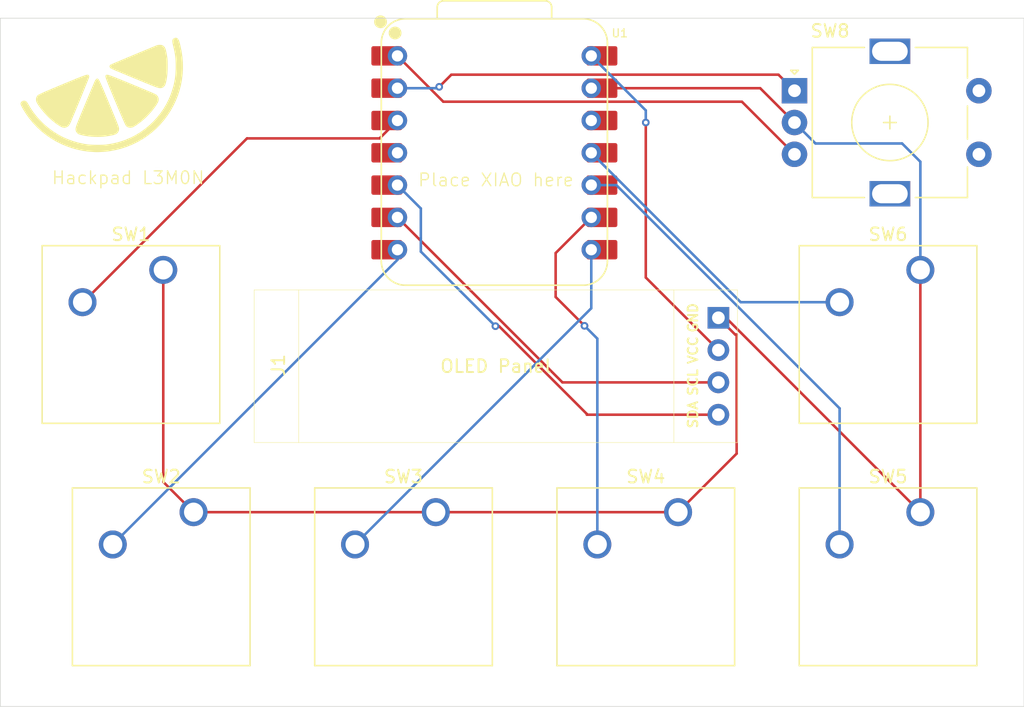
<source format=kicad_pcb>
(kicad_pcb (version 20241229) (generator "pcbnew") (generator_version "9.0")
  (layers (0 "F.Cu" signal) (2 "B.Cu" signal) (13 "F.Paste" user) (15 "B.Paste" user) (5 "F.SilkS" user "F.Silkscreen") (7 "B.SilkS" user "B.Silkscreen") (1 "F.Mask" user) (3 "B.Mask" user) (25 "Edge.Cuts" user))
  (net 0 "")
  (net 1 "+5V")
  (net 2 "GND")
  (net 3 "Net-(J1-Pin_3)")
  (net 4 "Net-(J1-Pin_4)")
  (net 5 "Net-(U1-GPIO28{slash}ADC2{slash}A2)")
  (net 6 "Net-(U1-GPIO0{slash}TX)")
  (net 7 "Net-(U1-GPIO1{slash}RX)")
  (net 8 "Net-(U1-GPIO2{slash}SCK)")
  (net 9 "Net-(U1-GPIO4{slash}MISO)")
  (net 10 "Net-(U1-GPIO3{slash}MOSI)")
  (net 11 "Net-(U1-GPIO27{slash}ADC1{slash}A1)")
  (net 14 "Net-(U1-GPIO26{slash}ADC0{slash}A0)")
  (footprint "opl2:front" (layer "F.Cu") (at 104.86 38.67)
    (property "Reference" "G***" (hide yes))
    (property "Value" "LOGO" (hide yes))
    (fp_poly (pts (xy -1.032455 -1.923312) (xy -0.99736 -1.870527) (xy -0.989323 -1.847661) (xy -0.984201 -1.827665) (xy -0.982249 -1.807176) (xy -0.984658 -1.78225) (xy -0.992619 -1.748947) (xy -1.007322 -1.703325) (xy -1.029958 -1.641442) (xy -1.061719 -1.559356) (xy -1.103793 -1.453127) (xy -1.123258 -1.404294) (xy -1.193595 -1.228725) (xy -1.274007 -1.029315) (xy -1.36279 -0.81021) (xy -1.45824 -0.575555) (xy -1.558654 -0.329498) (xy -1.662329 -0.076184) (xy -1.767561 0.180241) (xy -1.872646 0.43563) (xy -1.975881 0.685837) (xy -2.075562 0.926717) (xy -2.169986 1.154122) (xy -2.25745 1.363907) (xy -2.336249 1.551926) (xy -2.398435 1.699302) (xy -2.45328 1.824396) (xy -2.501607 1.923461) (xy -2.546546 2.000923) (xy -2.591226 2.061212) (xy -2.638777 2.108754) (xy -2.692329 2.147979) (xy -2.731944 2.17117) (xy -2.838226 2.211832) (xy -2.951792 2.224817) (xy -3.06381 2.209409) (xy -3.092334 2.200398) (xy -3.183862 2.160365) (xy -3.293668 2.100111) (xy -3.417818 2.022384) (xy -3.552379 1.929931) (xy -3.693418 1.8255) (xy -3.837002 1.711836) (xy -3.979198 1.591686) (xy -4.036174 1.541198) (xy -4.174974 1.4114) (xy -4.314697 1.271361) (xy -4.45261 1.124461) (xy -4.585981 0.974079) (xy -4.712076 0.823594) (xy -4.828164 0.676386) (xy -4.93151 0.535835) (xy -5.019384 0.40532) (xy -5.08905 0.28822) (xy -5.137778 0.187915) (xy -5.144714 0.170319) (xy -5.172207 0.05409) (xy -5.170242 -0.063728) (xy -5.140066 -0.177064) (xy -5.082924 -0.279847) (xy -5.0426 -0.327484) (xy -5.022059 -0.344707) (xy -4.989342 -0.366156) (xy -4.943218 -0.392374) (xy -4.882458 -0.423905) (xy -4.805831 -0.461292) (xy -4.712108 -0.505076) (xy -4.600057 -0.555803) (xy -4.468449 -0.614014) (xy -4.316054 -0.680253) (xy -4.141641 -0.755063) (xy -3.943981 -0.838986) (xy -3.721844 -0.932567) (xy -3.473998 -1.036347) (xy -3.199214 -1.150871) (xy -2.896263 -1.27668) (xy -2.83412 -1.302442) (xy -2.573622 -1.410174) (xy -2.34082 -1.505932) (xy -2.134057 -1.590353) (xy -1.951673 -1.664075) (xy -1.79201 -1.727735) (xy -1.653409 -1.781971) (xy -1.534212 -1.82742) (xy -1.432761 -1.86472) (xy -1.347397 -1.894509) (xy -1.276461 -1.917424) (xy -1.218295 -1.934103) (xy -1.17124 -1.945183) (xy -1.153658 -1.948443) (xy -1.084022 -1.948957)) (fill yes) (layer "F.SilkS"))
    (fp_poly (pts (xy 0.552189 -1.9236) (xy 0.60333 -1.907963) (xy 0.677172 -1.882599) (xy 0.769599 -1.848949) (xy 0.881614 -1.806609) (xy 1.014219 -1.755178) (xy 1.168417 -1.69425) (xy 1.345212 -1.623422) (xy 1.545606 -1.542292) (xy 1.770602 -1.450455) (xy 2.021202 -1.347509) (xy 2.29841 -1.233049) (xy 2.603229 -1.106672) (xy 2.846248 -1.005624) (xy 3.083034 -0.907058) (xy 3.292171 -0.819941) (xy 3.475498 -0.743419) (xy 3.634853 -0.676642) (xy 3.772073 -0.618757) (xy 3.888998 -0.568912) (xy 3.987466 -0.526255) (xy 4.069314 -0.489935) (xy 4.136383 -0.459099) (xy 4.190508 -0.432896) (xy 4.23353 -0.410474) (xy 4.267286 -0.390981) (xy 4.293615 -0.373564) (xy 4.314355 -0.357373) (xy 4.331344 -0.341555) (xy 4.346421 -0.325258) (xy 4.361424 -0.307631) (xy 4.367127 -0.300836) (xy 4.434862 -0.197803) (xy 4.471756 -0.087527) (xy 4.477575 0.028084) (xy 4.452089 0.14712) (xy 4.428555 0.205152) (xy 4.36024 0.334049) (xy 4.269685 0.478311) (xy 4.160133 0.634033) (xy 4.034828 0.797309) (xy 3.897013 0.964233) (xy 3.749934 1.130901) (xy 3.596832 1.293406) (xy 3.440951 1.447844) (xy 3.285536 1.590308) (xy 3.258867 1.613511) (xy 3.146812 1.706852) (xy 3.02466 1.802796) (xy 2.898071 1.897317) (xy 2.772704 1.986392) (xy 2.654218 2.065998) (xy 2.548272 2.132111) (xy 2.4627 2.179611) (xy 2.38548 2.206458) (xy 2.292837 2.220827) (xy 2.198898 2.221628) (xy 2.117793 2.207771) (xy 2.113857 2.20652) (xy 2.015017 2.163257) (xy 1.933897 2.105937) (xy 1.894257 2.063234) (xy 1.87374 2.029288) (xy 1.841925 1.967327) (xy 1.799511 1.878951) (xy 1.747197 1.765756) (xy 1.685683 1.629342) (xy 1.615665 1.471305) (xy 1.537844 1.293244) (xy 1.452918 1.096758) (xy 1.361585 0.883443) (xy 1.264545 0.654899) (xy 1.162495 0.412723) (xy 1.056136 0.158512) (xy 0.953734 -0.087862) (xy 0.843529 -0.354288) (xy 0.745281 -0.592829) (xy 0.65841 -0.804988) (xy 0.582338 -0.992269) (xy 0.516486 -1.156175) (xy 0.460274 -1.298208) (xy 0.413124 -1.419873) (xy 0.374457 -1.522671) (xy 0.343694 -1.608107) (xy 0.320255 -1.677683) (xy 0.303563 -1.732903) (xy 0.293038 -1.775269) (xy 0.288101 -1.806285) (xy 0.287546 -1.817574) (xy 0.2975 -1.881053) (xy 0.327994 -1.923125) (xy 0.379974 -1.944058) (xy 0.45439 -1.944126)) (fill yes) (layer "F.SilkS"))
    (fp_poly (pts (xy 4.622319 -4.294666) (xy 4.679287 -4.289337) (xy 4.727048 -4.27747) (xy 4.773085 -4.259005) (xy 4.840764 -4.222077) (xy 4.898085 -4.175249) (xy 4.946832 -4.115038) (xy 4.988789 -4.037958) (xy 5.02574 -3.940526) (xy 5.059467 -3.819257) (xy 5.091755 -3.670666) (xy 5.102222 -3.61599) (xy 5.126171 -3.484072) (xy 5.144968 -3.370249) (xy 5.159213 -3.267439) (xy 5.169505 -3.168559) (xy 5.176443 -3.066527) (xy 5.180626 -2.954261) (xy 5.182654 -2.824677) (xy 5.183125 -2.670694) (xy 5.183116 -2.659811) (xy 5.181056 -2.431892) (xy 5.175082 -2.230298) (xy 5.16479 -2.049598) (xy 5.149776 -1.884361) (xy 5.129635 -1.729155) (xy 5.103962 -1.578549) (xy 5.101731 -1.566918) (xy 5.069867 -1.413213) (xy 5.038414 -1.287698) (xy 5.005558 -1.18669) (xy 4.969484 -1.106505) (xy 4.92838 -1.043462) (xy 4.88043 -0.993876) (xy 4.82382 -0.954066) (xy 4.791159 -0.936404) (xy 4.709188 -0.903381) (xy 4.627079 -0.888635) (xy 4.537055 -0.891987) (xy 4.431341 -0.913258) (xy 4.382159 -0.926969) (xy 4.338906 -0.940727) (xy 4.281979 -0.96054) (xy 4.210314 -0.98684) (xy 4.122846 -1.020058) (xy 4.018511 -1.060625) (xy 3.896246 -1.108972) (xy 3.754987 -1.165532) (xy 3.593669 -1.230735) (xy 3.411229 -1.305013) (xy 3.206603 -1.388798) (xy 2.978726 -1.48252) (xy 2.726535 -1.586611) (xy 2.448966 -1.701503) (xy 2.144955 -1.827626) (xy 1.813437 -1.965413) (xy 1.525597 -2.085208) (xy 1.347794 -2.159277) (xy 1.197069 -2.222244) (xy 1.070999 -2.275278) (xy 0.967164 -2.319548) (xy 0.883141 -2.356223) (xy 0.816509 -2.386473) (xy 0.764847 -2.411466) (xy 0.725732 -2.432373) (xy 0.696744 -2.450363) (xy 0.675461 -2.466604) (xy 0.659461 -2.482266) (xy 0.646322 -2.498519) (xy 0.634266 -2.515599) (xy 0.611495 -2.574264) (xy 0.615129 -2.6374) (xy 0.642583 -2.696045) (xy 0.691271 -2.741238) (xy 0.700917 -2.746651) (xy 0.726225 -2.758271) (xy 0.778857 -2.781227) (xy 0.856629 -2.814607) (xy 0.957359 -2.857496) (xy 1.078863 -2.90898) (xy 1.218957 -2.968145) (xy 1.375458 -3.034077) (xy 1.546184 -3.105862) (xy 1.728949 -3.182585) (xy 1.921571 -3.263334) (xy 2.121867 -3.347193) (xy 2.327654 -3.43325) (xy 2.536747 -3.520589) (xy 2.746963 -3.608296) (xy 2.956119 -3.695458) (xy 3.162032 -3.781161) (xy 3.362519 -3.86449) (xy 3.555395 -3.944532) (xy 3.738477 -4.020372) (xy 3.909583 -4.091096) (xy 4.066529 -4.155791) (xy 4.089559 -4.165266) (xy 4.19362 -4.207907) (xy 4.273647 -4.239881) (xy 4.335122 -4.262756) (xy 4.383525 -4.278095) (xy 4.424338 -4.287463) (xy 4.463044 -4.292426) (xy 4.505124 -4.294549) (xy 4.544842 -4.295253)) (fill yes) (layer "F.SilkS"))
    (fp_poly (pts (xy -0.33042 -1.648301) (xy -0.312237 -1.643149) (xy -0.293134 -1.631656) (xy -0.272433 -1.612424) (xy -0.249458 -1.584055) (xy -0.223532 -1.545151) (xy -0.19398 -1.494315) (xy -0.160124 -1.430149) (xy -0.121287 -1.351256) (xy -0.076794 -1.256237) (xy -0.025968 -1.143694) (xy 0.031868 -1.012231) (xy 0.097391 -0.860449) (xy 0.171277 -0.686951) (xy 0.254202 -0.490339) (xy 0.346844 -0.269215) (xy 0.449878 -0.022181) (xy 0.563982 0.252161) (xy 0.638399 0.431321) (xy 0.748346 0.696204) (xy 0.846637 0.933285) (xy 0.933921 1.144242) (xy 1.010849 1.330756) (xy 1.078072 1.494509) (xy 1.136238 1.637181) (xy 1.185999 1.760453) (xy 1.228004 1.866004) (xy 1.262905 1.955517) (xy 1.29135 2.030671) (xy 1.313991 2.093147) (xy 1.331477 2.144626) (xy 1.344459 2.186788) (xy 1.353586 2.221314) (xy 1.35951 2.249885) (xy 1.36288 2.274182) (xy 1.364346 2.295884) (xy 1.364583 2.308365) (xy 1.350521 2.427262) (xy 1.309286 2.53656) (xy 1.244004 2.631263) (xy 1.157799 2.706373) (xy 1.093597 2.741632) (xy 1.01697 2.769583) (xy 0.913581 2.798365) (xy 0.788568 2.827025) (xy 0.64707 2.85461) (xy 0.494225 2.880167) (xy 0.335171 2.902744) (xy 0.175046 2.92139) (xy 0.071886 2.931028) (xy -0.085816 2.940387) (xy -0.264147 2.944527) (xy -0.452228 2.943542) (xy -0.639182 2.937525) (xy -0.814134 2.926569) (xy -0.854655 2.923075) (xy -1.02281 2.905001) (xy -1.187688 2.88226) (xy -1.34509 2.855761) (xy -1.490818 2.826413) (xy -1.620673 2.795125) (xy -1.730455 2.762805) (xy -1.815967 2.730364) (xy -1.865033 2.704308) (xy -1.906949 2.669044) (xy -1.95393 2.618397) (xy -1.989125 2.572608) (xy -2.024375 2.517533) (xy -2.044376 2.471724) (xy -2.054309 2.420028) (xy -2.058128 2.370756) (xy -2.05933 2.340422) (xy -2.059008 2.310027) (xy -2.056503 2.277786) (xy -2.051157 2.241909) (xy -2.042313 2.200608) (xy -2.029313 2.152098) (xy -2.0115 2.094589) (xy -1.988216 2.026294) (xy -1.958802 1.945426) (xy -1.922602 1.850197) (xy -1.878957 1.738818) (xy -1.827211 1.609504) (xy -1.766704 1.460465) (xy -1.696781 1.289915) (xy -1.616782 1.096065) (xy -1.52605 0.877128) (xy -1.423928 0.631317) (xy -1.373972 0.511195) (xy -1.247578 0.207571) (xy -1.130458 -0.073287) (xy -1.02289 -0.330722) (xy -0.925149 -0.56408) (xy -0.837513 -0.772703) (xy -0.760258 -0.955937) (xy -0.693661 -1.113125) (xy -0.637999 -1.243612) (xy -0.593548 -1.346742) (xy -0.560585 -1.421859) (xy -0.539387 -1.468307) (xy -0.534797 -1.477673) (xy -0.488374 -1.550929) (xy -0.434259 -1.607675) (xy -0.379041 -1.641346) (xy -0.366731 -1.645173) (xy -0.348359 -1.64851)) (fill yes) (layer "F.SilkS"))
    (fp_poly (pts (xy 5.834117 -4.855259) (xy 5.86038 -4.849007) (xy 5.914331 -4.829484) (xy 5.960885 -4.800118) (xy 6.001845 -4.757665) (xy 6.039012 -4.698878) (xy 6.074189 -4.620512) (xy 6.109177 -4.519321) (xy 6.145779 -4.392058) (xy 6.173516 -4.284964) (xy 6.272616 -3.827119) (xy 6.34084 -3.367656) (xy 6.378255 -2.908067) (xy 6.384927 -2.449841) (xy 6.360923 -1.99447) (xy 6.30631 -1.543444) (xy 6.221156 -1.098254) (xy 6.105526 -0.660391) (xy 5.99605 -0.329952) (xy 5.823092 0.102644) (xy 5.623684 0.518153) (xy 5.398895 0.915719) (xy 5.149794 1.294489) (xy 4.877449 1.653607) (xy 4.582929 1.992219) (xy 4.267304 2.30947) (xy 3.931642 2.604506) (xy 3.577012 2.87647) (xy 3.204482 3.12451) (xy 2.815122 3.347769) (xy 2.410001 3.545393) (xy 1.990186 3.716528) (xy 1.556748 3.860318) (xy 1.110755 3.97591) (xy 0.653276 4.062447) (xy 0.471257 4.08823) (xy 0.389802 4.097344) (xy 0.288422 4.106623) (xy 0.173794 4.115657) (xy 0.052598 4.124035) (xy -0.068487 4.131347) (xy -0.182782 4.137181) (xy -0.283608 4.141127) (xy -0.364287 4.142773) (xy -0.407359 4.142261) (xy -0.467053 4.139939) (xy -0.540734 4.137014) (xy -0.599057 4.134661) (xy -1.058367 4.100282) (xy -1.511705 4.035262) (xy -1.957607 3.940362) (xy -2.394611 3.816343) (xy -2.821253 3.663967) (xy -3.236071 3.483996) (xy -3.637601 3.277191) (xy -4.024379 3.044314) (xy -4.394944 2.786127) (xy -4.74783 2.503391) (xy -5.081576 2.196867) (xy -5.394718 1.867319) (xy -5.685793 1.515506) (xy -5.722126 1.467924) (xy -5.81879 1.336612) (xy -5.913862 1.200845) (xy -6.005442 1.063858) (xy -6.091629 0.928885) (xy -6.170522 0.799163) (xy -6.24022 0.677925) (xy -6.298822 0.568407) (xy -6.344428 0.473844) (xy -6.375136 0.397472) (xy -6.389046 0.342524) (xy -6.389675 0.331829) (xy -6.375053 0.26511) (xy -6.336449 0.199497) (xy -6.280618 0.144815) (xy -6.246707 0.123805) (xy -6.153852 0.092949) (xy -6.060941 0.094039) (xy -5.980048 0.121037) (xy -5.944792 0.142649) (xy -5.908802 0.175162) (xy -5.869551 0.221984) (xy -5.824516 0.28652) (xy -5.771171 0.372176) (xy -5.706991 0.482361) (xy -5.68995 0.512382) (xy -5.527225 0.77817) (xy -5.33869 1.047306) (xy -5.129112 1.313878) (xy -4.903259 1.571976) (xy -4.665901 1.815688) (xy -4.551137 1.924121) (xy -4.207523 2.218813) (xy -3.849166 2.485167) (xy -3.476175 2.723132) (xy -3.088656 2.932658) (xy -2.686717 3.113696) (xy -2.270466 3.266195) (xy -1.84001 3.390105) (xy -1.395458 3.485377) (xy -1.08629 3.533627) (xy -1.000169 3.542445) (xy -0.888768 3.549775) (xy -0.757708 3.555585) (xy -0.612612 3.559842) (xy -0.459102 3.562514) (xy -0.302801 3.563566) (xy -0.149331 3.562967) (xy -0.004314 3.560684) (xy 0.126627 3.556683) (xy 0.23787 3.550932) (xy 0.323794 3.543398) (xy 0.335471 3.541939) (xy 0.652626 3.494641) (xy 0.946219 3.439243) (xy 1.224038 3.373801) (xy 1.493872 3.296371) (xy 1.763508 3.205009) (xy 1.91698 3.147168) (xy 2.311419 2.976535) (xy 2.69256 2.777769) (xy 3.05885 2.552385) (xy 3.408734 2.301894) (xy 3.740659 2.027809) (xy 4.053069 1.731642) (xy 4.344411 1.414906) (xy 4.613131 1.079113) (xy 4.857674 0.725775) (xy 5.076485 0.356405) (xy 5.268011 -0.027486) (xy 5.333537 -0.177387) (xy 5.396463 -0.335084) (xy 5.460677 -0.510436) (xy 5.522763 -0.693191) (xy 5.579304 -0.873097) (xy 5.626883 -1.039902) (xy 5.646832 -1.11758) (xy 5.703555 -1.370214) (xy 5.747571 -1.615735) (xy 5.779778 -1.862122) (xy 5.801074 -2.117352) (xy 5.812357 -2.389404) (xy 5.814787 -2.610459) (xy 5.811813 -2.859803) (xy 5.802257 -3.087017) (xy 5.785056 -3.300712) (xy 5.759151 -3.509495) (xy 5.723478 -3.721979) (xy 5.676976 -3.946771) (xy 5.620872 -4.18331) (xy 5.586133 -4.329558) (xy 5.56229 -4.449159) (xy 5.549837 -4.545678) (xy 5.549267 -4.622676) (xy 5.561074 -4.683717) (xy 5.585752 -4.732364) (xy 5.623796 -4.772179) (xy 5.675697 -4.806726) (xy 5.709731 -4.824479) (xy 5.761604 -4.847924) (xy 5.798753 -4.857482)) (fill yes) (layer "F.SilkS"))
  )
  (footprint "Button_Switch_Keyboard:SW_Cherry_MX_1.00u_PCB" (layer "F.Cu") (at 109.69625 52.07)
    (property "Reference" "SW1" (at -2.54 -2.794 0) (layer "F.SilkS"))
    (property "Value" "SW_Push")
    (fp_line (start -9.525 -1.905) (end 4.445 -1.905) (stroke (width 0.12)) (layer "F.SilkS"))
    (fp_line (start -9.525 12.065) (end -9.525 -1.905) (stroke (width 0.12)) (layer "F.SilkS"))
    (fp_line (start 4.445 -1.905) (end 4.445 12.065) (stroke (width 0.12)) (layer "F.SilkS"))
    (fp_line (start 4.445 12.065) (end -9.525 12.065) (stroke (width 0.12)) (layer "F.SilkS"))
    (pad "" np_thru_hole circle (at -7.62 5.08) (size 1.7 1.7) (drill 1.7) (layers "*.Cu" "*.Mask"))
    (pad "" np_thru_hole circle (at -2.54 5.08) (size 4 4) (drill 4) (layers "*.Cu" "*.Mask"))
    (pad "" np_thru_hole circle (at 2.54 5.08) (size 1.7 1.7) (drill 1.7) (layers "*.Cu" "*.Mask"))
    (pad "1" thru_hole circle (at 0 0) (size 2.2 2.2) (drill 1.5) (layers "*.Cu" "*.Mask") (net 2 "GND"))
    (pad "2" thru_hole circle (at -6.35 2.54) (size 2.2 2.2) (drill 1.5) (layers "*.Cu" "*.Mask") (net 5 "Net-(U1-GPIO28{slash}ADC2{slash}A2)"))
  )
  (footprint "Button_Switch_Keyboard:SW_Cherry_MX_1.00u_PCB" (layer "F.Cu") (at 131.1275 71.12)
    (property "Reference" "SW3" (at -2.54 -2.794 0) (layer "F.SilkS"))
    (property "Value" "SW_Push")
    (fp_line (start -9.525 -1.905) (end 4.445 -1.905) (stroke (width 0.12)) (layer "F.SilkS"))
    (fp_line (start -9.525 12.065) (end -9.525 -1.905) (stroke (width 0.12)) (layer "F.SilkS"))
    (fp_line (start 4.445 -1.905) (end 4.445 12.065) (stroke (width 0.12)) (layer "F.SilkS"))
    (fp_line (start 4.445 12.065) (end -9.525 12.065) (stroke (width 0.12)) (layer "F.SilkS"))
    (pad "" np_thru_hole circle (at -7.62 5.08) (size 1.7 1.7) (drill 1.7) (layers "*.Cu" "*.Mask"))
    (pad "" np_thru_hole circle (at -2.54 5.08) (size 4 4) (drill 4) (layers "*.Cu" "*.Mask"))
    (pad "" np_thru_hole circle (at 2.54 5.08) (size 1.7 1.7) (drill 1.7) (layers "*.Cu" "*.Mask"))
    (pad "1" thru_hole circle (at 0 0) (size 2.2 2.2) (drill 1.5) (layers "*.Cu" "*.Mask") (net 2 "GND"))
    (pad "2" thru_hole circle (at -6.35 2.54) (size 2.2 2.2) (drill 1.5) (layers "*.Cu" "*.Mask") (net 7 "Net-(U1-GPIO1{slash}RX)"))
  )
  (footprint "Button_Switch_Keyboard:SW_Cherry_MX_1.00u_PCB" (layer "F.Cu") (at 169.2275 52.07)
    (property "Reference" "SW6" (at -2.54 -2.794 0) (layer "F.SilkS"))
    (property "Value" "SW_Push")
    (fp_line (start -9.525 -1.905) (end 4.445 -1.905) (stroke (width 0.12)) (layer "F.SilkS"))
    (fp_line (start -9.525 12.065) (end -9.525 -1.905) (stroke (width 0.12)) (layer "F.SilkS"))
    (fp_line (start 4.445 -1.905) (end 4.445 12.065) (stroke (width 0.12)) (layer "F.SilkS"))
    (fp_line (start 4.445 12.065) (end -9.525 12.065) (stroke (width 0.12)) (layer "F.SilkS"))
    (pad "" np_thru_hole circle (at -7.62 5.08) (size 1.7 1.7) (drill 1.7) (layers "*.Cu" "*.Mask"))
    (pad "" np_thru_hole circle (at -2.54 5.08) (size 4 4) (drill 4) (layers "*.Cu" "*.Mask"))
    (pad "" np_thru_hole circle (at 2.54 5.08) (size 1.7 1.7) (drill 1.7) (layers "*.Cu" "*.Mask"))
    (pad "1" thru_hole circle (at 0 0) (size 2.2 2.2) (drill 1.5) (layers "*.Cu" "*.Mask") (net 2 "GND"))
    (pad "2" thru_hole circle (at -6.35 2.54) (size 2.2 2.2) (drill 1.5) (layers "*.Cu" "*.Mask") (net 10 "Net-(U1-GPIO3{slash}MOSI)"))
  )
  (footprint "Seeed Studio XIAO Series Library:XIAO-RP2040-DIP" (layer "F.Cu") (at 135.73125 42.8625)
    (property "Reference" "U1" (at 9.85875 -9.4025 0) (layer "F.SilkS") (effects (font (size 0.635 0.635) (thickness 0.1016))))
    (property "Value" "XIAO-RP2040-DIP")
    (fp_line (start -8.89 8.509) (end -8.89 -8.636) (stroke (width 0.127)) (layer "F.SilkS"))
    (fp_line (start -6.985 10.414) (end 6.985 10.414) (stroke (width 0.127)) (layer "F.SilkS"))
    (fp_line (start -4.495 -10.541) (end -4.491272 -11.451272) (stroke (width 0.127)) (layer "F.SilkS"))
    (fp_line (start -3.991272 -11.951) (end 4.004 -11.951) (stroke (width 0.127)) (layer "F.SilkS"))
    (fp_line (start 4.504 -11.451) (end 4.504 -10.541) (stroke (width 0.127)) (layer "F.SilkS"))
    (fp_line (start 6.985 -10.541) (end -6.985 -10.541) (stroke (width 0.1)) (layer "F.SilkS"))
    (fp_line (start 6.985 -10.541) (end -6.985 -10.541) (stroke (width 0.127)) (layer "F.SilkS"))
    (fp_line (start 8.89 8.509) (end 8.89 -8.636) (stroke (width 0.127)) (layer "F.SilkS"))
    (fp_arc (start -8.89 -8.636) (mid -8.332038 -9.983038) (end -6.985 -10.541) (stroke (width 0.127)) (layer "F.SilkS"))
    (fp_arc (start -6.985 10.414) (mid -8.332038 9.856038) (end -8.89 8.509) (stroke (width 0.127)) (layer "F.SilkS"))
    (fp_arc (start -4.491272 -11.451272) (mid -4.344728 -11.80464) (end -3.991272 -11.951) (stroke (width 0.127)) (layer "F.SilkS"))
    (fp_arc (start 4.004 -11.951) (mid 4.357553 -11.804553) (end 4.504 -11.451) (stroke (width 0.127)) (layer "F.SilkS"))
    (fp_arc (start 6.985 -10.541) (mid 8.332038 -9.983038) (end 8.89 -8.636) (stroke (width 0.127)) (layer "F.SilkS"))
    (fp_arc (start 8.89 8.509) (mid 8.332038 9.856038) (end 6.985 10.414) (stroke (width 0.127)) (layer "F.SilkS"))
    (fp_circle (center -8.95 -10.3) (end -8.95 -10.554) (stroke (width 0.5)) (fill yes) (layer "F.SilkS"))
    (fp_circle (center -7.807 -9.42) (end -7.807 -9.674) (stroke (width 0.5)) (fill yes) (layer "F.SilkS"))
    (pad "1" smd roundrect (at -8.455 -7.62 180) (size 2.432 1.524) (layers "F.Cu" "F.Mask") (roundrect_rratio 0.1) (net 14 "Net-(U1-GPIO26{slash}ADC0{slash}A0)"))
    (pad "1" thru_hole circle (at -7.62 -7.62 180) (size 1.524 1.524) (drill 0.889) (layers "*.Cu" "*.Mask") (net 14 "Net-(U1-GPIO26{slash}ADC0{slash}A0)"))
    (pad "2" smd roundrect (at -8.455 -5.08 180) (size 2.432 1.524) (layers "F.Cu" "F.Mask") (roundrect_rratio 0.1) (net 11 "Net-(U1-GPIO27{slash}ADC1{slash}A1)"))
    (pad "2" thru_hole circle (at -7.62 -5.08 180) (size 1.524 1.524) (drill 0.889) (layers "*.Cu" "*.Mask") (net 11 "Net-(U1-GPIO27{slash}ADC1{slash}A1)"))
    (pad "3" smd roundrect (at -8.455 -2.54 180) (size 2.432 1.524) (layers "F.Cu" "F.Mask") (roundrect_rratio 0.1) (net 5 "Net-(U1-GPIO28{slash}ADC2{slash}A2)"))
    (pad "3" thru_hole circle (at -7.62 -2.54 180) (size 1.524 1.524) (drill 0.889) (layers "*.Cu" "*.Mask") (net 5 "Net-(U1-GPIO28{slash}ADC2{slash}A2)"))
    (pad "4" smd roundrect (at -8.455 0 180) (size 2.432 1.524) (layers "F.Cu" "F.Mask") (roundrect_rratio 0.1))
    (pad "4" thru_hole circle (at -7.62 0 180) (size 1.524 1.524) (drill 0.889) (layers "*.Cu" "*.Mask"))
    (pad "5" smd roundrect (at -8.455 2.54 180) (size 2.432 1.524) (layers "F.Cu" "F.Mask") (roundrect_rratio 0.1) (net 4 "Net-(J1-Pin_4)"))
    (pad "5" thru_hole circle (at -7.62 2.54 180) (size 1.524 1.524) (drill 0.889) (layers "*.Cu" "*.Mask") (net 4 "Net-(J1-Pin_4)"))
    (pad "6" smd roundrect (at -8.455 5.08 180) (size 2.432 1.524) (layers "F.Cu" "F.Mask") (roundrect_rratio 0.1) (net 3 "Net-(J1-Pin_3)"))
    (pad "6" thru_hole circle (at -7.62 5.08 180) (size 1.524 1.524) (drill 0.889) (layers "*.Cu" "*.Mask") (net 3 "Net-(J1-Pin_3)"))
    (pad "7" smd roundrect (at -8.455 7.62 180) (size 2.432 1.524) (layers "F.Cu" "F.Mask") (roundrect_rratio 0.1) (net 6 "Net-(U1-GPIO0{slash}TX)"))
    (pad "7" thru_hole circle (at -7.62 7.62 180) (size 1.524 1.524) (drill 0.889) (layers "*.Cu" "*.Mask") (net 6 "Net-(U1-GPIO0{slash}TX)"))
    (pad "8" thru_hole circle (at 7.62 7.62) (size 1.524 1.524) (drill 0.889) (layers "*.Cu" "*.Mask") (net 7 "Net-(U1-GPIO1{slash}RX)"))
    (pad "8" smd roundrect (at 8.455 7.62) (size 2.432 1.524) (layers "F.Cu" "F.Mask") (roundrect_rratio 0.1) (net 7 "Net-(U1-GPIO1{slash}RX)"))
    (pad "9" thru_hole circle (at 7.62 5.08) (size 1.524 1.524) (drill 0.889) (layers "*.Cu" "*.Mask") (net 8 "Net-(U1-GPIO2{slash}SCK)"))
    (pad "9" smd roundrect (at 8.455 5.08) (size 2.432 1.524) (layers "F.Cu" "F.Mask") (roundrect_rratio 0.1) (net 8 "Net-(U1-GPIO2{slash}SCK)"))
    (pad "10" thru_hole circle (at 7.62 2.54) (size 1.524 1.524) (drill 0.889) (layers "*.Cu" "*.Mask") (net 9 "Net-(U1-GPIO4{slash}MISO)"))
    (pad "10" smd roundrect (at 8.455 2.54) (size 2.432 1.524) (layers "F.Cu" "F.Mask") (roundrect_rratio 0.1) (net 9 "Net-(U1-GPIO4{slash}MISO)"))
    (pad "11" thru_hole circle (at 7.62 0) (size 1.524 1.524) (drill 0.889) (layers "*.Cu" "*.Mask") (net 10 "Net-(U1-GPIO3{slash}MOSI)"))
    (pad "11" smd roundrect (at 8.455 0) (size 2.432 1.524) (layers "F.Cu" "F.Mask") (roundrect_rratio 0.1) (net 10 "Net-(U1-GPIO3{slash}MOSI)"))
    (pad "12" thru_hole circle (at 7.62 -2.54) (size 1.524 1.524) (drill 0.889) (layers "*.Cu" "*.Mask"))
    (pad "12" smd roundrect (at 8.455 -2.54) (size 2.432 1.524) (layers "F.Cu" "F.Mask") (roundrect_rratio 0.1))
    (pad "13" thru_hole circle (at 7.62 -5.08) (size 1.524 1.524) (drill 0.889) (layers "*.Cu" "*.Mask") (net 2 "GND"))
    (pad "13" smd roundrect (at 8.455 -5.08) (size 2.432 1.524) (layers "F.Cu" "F.Mask") (roundrect_rratio 0.1) (net 2 "GND"))
    (pad "14" thru_hole circle (at 7.62 -7.62) (size 1.524 1.524) (drill 0.889) (layers "*.Cu" "*.Mask") (net 1 "+5V"))
    (pad "14" smd roundrect (at 8.455 -7.62) (size 2.432 1.524) (layers "F.Cu" "F.Mask") (roundrect_rratio 0.1) (net 1 "+5V"))
  )
  (footprint "Button_Switch_Keyboard:SW_Cherry_MX_1.00u_PCB" (layer "F.Cu") (at 169.2275 71.12)
    (property "Reference" "SW5" (at -2.54 -2.794 0) (layer "F.SilkS"))
    (property "Value" "SW_Push")
    (fp_line (start -9.525 -1.905) (end 4.445 -1.905) (stroke (width 0.12)) (layer "F.SilkS"))
    (fp_line (start -9.525 12.065) (end -9.525 -1.905) (stroke (width 0.12)) (layer "F.SilkS"))
    (fp_line (start 4.445 -1.905) (end 4.445 12.065) (stroke (width 0.12)) (layer "F.SilkS"))
    (fp_line (start 4.445 12.065) (end -9.525 12.065) (stroke (width 0.12)) (layer "F.SilkS"))
    (pad "" np_thru_hole circle (at -7.62 5.08) (size 1.7 1.7) (drill 1.7) (layers "*.Cu" "*.Mask"))
    (pad "" np_thru_hole circle (at -2.54 5.08) (size 4 4) (drill 4) (layers "*.Cu" "*.Mask"))
    (pad "" np_thru_hole circle (at 2.54 5.08) (size 1.7 1.7) (drill 1.7) (layers "*.Cu" "*.Mask"))
    (pad "1" thru_hole circle (at 0 0) (size 2.2 2.2) (drill 1.5) (layers "*.Cu" "*.Mask") (net 2 "GND"))
    (pad "2" thru_hole circle (at -6.35 2.54) (size 2.2 2.2) (drill 1.5) (layers "*.Cu" "*.Mask") (net 9 "Net-(U1-GPIO4{slash}MISO)"))
  )
  (footprint "opl2:SSD1306-0.91-OLED-4pin-128x32" (layer "F.Cu") (at 116.84625 53.64625)
    (property "Reference" "J1" (at 1.9 5.91 90) (layer "F.SilkS"))
    (property "Value" "Conn_01x04_Pin")
    (fp_line (start 0 0) (end 0 12) (stroke (width 0.04)) (layer "F.SilkS"))
    (fp_line (start 0 12) (end 38 12) (stroke (width 0.04)) (layer "F.SilkS"))
    (fp_line (start 3.5 0) (end 3.5 12) (stroke (width 0.04)) (layer "F.SilkS"))
    (fp_line (start 33 0) (end 33 12) (stroke (width 0.04)) (layer "F.SilkS"))
    (fp_line (start 38 0) (end 0 0) (stroke (width 0.04)) (layer "F.SilkS"))
    (fp_line (start 38 12) (end 38 0) (stroke (width 0.04)) (layer "F.SilkS"))
    (fp_text user "OLED Panel" (at 19 6 0) (layer "F.SilkS"))
    (fp_text user "VCC" (at 34.5 4.73 270) (layer "F.SilkS") (effects (font (size 0.75 0.75))))
    (fp_text user "SDA" (at 34.5 9.81 270) (layer "F.SilkS") (effects (font (size 0.75 0.75))))
    (fp_text user "SCL" (at 34.5 7.27 270) (layer "F.SilkS") (effects (font (size 0.75 0.75))))
    (fp_text user "GND" (at 34.5 2.19 270) (layer "F.SilkS") (effects (font (size 0.75 0.75))))
    (pad "1" thru_hole rect (at 36.5 2.19) (size 1.7 1.7) (drill 1) (layers "*.Cu" "*.Mask") (net 2 "GND"))
    (pad "2" thru_hole oval (at 36.5 4.73) (size 1.7 1.7) (drill 1) (layers "*.Cu" "*.Mask") (net 1 "+5V"))
    (pad "3" thru_hole oval (at 36.5 7.27) (size 1.7 1.7) (drill 1) (layers "*.Cu" "*.Mask") (net 3 "Net-(J1-Pin_3)"))
    (pad "4" thru_hole oval (at 36.5 9.81) (size 1.7 1.7) (drill 1) (layers "*.Cu" "*.Mask") (net 4 "Net-(J1-Pin_4)"))
  )
  (footprint "Rotary_Encoder:RotaryEncoder_Alps_EC11E-Switch_Vertical_H20mm" (layer "F.Cu") (at 159.33125 37.98125)
    (property "Reference" "SW8" (at 2.8 -4.7 0) (layer "F.SilkS"))
    (property "Value" "RotaryEncoder_Switch")
    (fp_line (start -0.3 -1.6) (end 0.3 -1.6) (stroke (width 0.12)) (layer "F.SilkS"))
    (fp_line (start 0 -1.3) (end -0.3 -1.6) (stroke (width 0.12)) (layer "F.SilkS"))
    (fp_line (start 0.3 -1.6) (end 0 -1.3) (stroke (width 0.12)) (layer "F.SilkS"))
    (fp_line (start 1.4 -3.4) (end 1.4 8.4) (stroke (width 0.12)) (layer "F.SilkS"))
    (fp_line (start 5.5 -3.4) (end 1.4 -3.4) (stroke (width 0.12)) (layer "F.SilkS"))
    (fp_line (start 5.5 8.4) (end 1.4 8.4) (stroke (width 0.12)) (layer "F.SilkS"))
    (fp_line (start 7 2.5) (end 8 2.5) (stroke (width 0.12)) (layer "F.SilkS"))
    (fp_line (start 7.5 2) (end 7.5 3) (stroke (width 0.12)) (layer "F.SilkS"))
    (fp_line (start 9.5 -3.4) (end 13.6 -3.4) (stroke (width 0.12)) (layer "F.SilkS"))
    (fp_line (start 13.6 -3.4) (end 13.6 -1) (stroke (width 0.12)) (layer "F.SilkS"))
    (fp_line (start 13.6 1.2) (end 13.6 3.8) (stroke (width 0.12)) (layer "F.SilkS"))
    (fp_line (start 13.6 6) (end 13.6 8.4) (stroke (width 0.12)) (layer "F.SilkS"))
    (fp_line (start 13.6 8.4) (end 9.5 8.4) (stroke (width 0.12)) (layer "F.SilkS"))
    (fp_circle (center 7.5 2.5) (end 10.5 2.5) (stroke (width 0.12)) (fill no) (layer "F.SilkS"))
    (pad "A" thru_hole rect (at 0 0) (size 2 2) (drill 1) (layers "*.Cu" "*.Mask") (net 11 "Net-(U1-GPIO27{slash}ADC1{slash}A1)"))
    (pad "B" thru_hole circle (at 0 5) (size 2 2) (drill 1) (layers "*.Cu" "*.Mask") (net 14 "Net-(U1-GPIO26{slash}ADC0{slash}A0)"))
    (pad "C" thru_hole circle (at 0 2.5) (size 2 2) (drill 1) (layers "*.Cu" "*.Mask") (net 2 "GND"))
    (pad "MP" thru_hole rect (at 7.5 -3.1) (size 3.2 2) (drill oval 2.8 1.5) (layers "*.Cu" "*.Mask"))
    (pad "MP" thru_hole rect (at 7.5 8.1) (size 3.2 2) (drill oval 2.8 1.5) (layers "*.Cu" "*.Mask"))
    (pad "S1" thru_hole circle (at 14.5 5) (size 2 2) (drill 1) (layers "*.Cu" "*.Mask"))
    (pad "S2" thru_hole circle (at 14.5 0) (size 2 2) (drill 1) (layers "*.Cu" "*.Mask"))
  )
  (footprint "Button_Switch_Keyboard:SW_Cherry_MX_1.00u_PCB" (layer "F.Cu") (at 150.1775 71.12)
    (property "Reference" "SW4" (at -2.54 -2.794 0) (layer "F.SilkS"))
    (property "Value" "SW_Push")
    (fp_line (start -9.525 -1.905) (end 4.445 -1.905) (stroke (width 0.12)) (layer "F.SilkS"))
    (fp_line (start -9.525 12.065) (end -9.525 -1.905) (stroke (width 0.12)) (layer "F.SilkS"))
    (fp_line (start 4.445 -1.905) (end 4.445 12.065) (stroke (width 0.12)) (layer "F.SilkS"))
    (fp_line (start 4.445 12.065) (end -9.525 12.065) (stroke (width 0.12)) (layer "F.SilkS"))
    (pad "" np_thru_hole circle (at -7.62 5.08) (size 1.7 1.7) (drill 1.7) (layers "*.Cu" "*.Mask"))
    (pad "" np_thru_hole circle (at -2.54 5.08) (size 4 4) (drill 4) (layers "*.Cu" "*.Mask"))
    (pad "" np_thru_hole circle (at 2.54 5.08) (size 1.7 1.7) (drill 1.7) (layers "*.Cu" "*.Mask"))
    (pad "1" thru_hole circle (at 0 0) (size 2.2 2.2) (drill 1.5) (layers "*.Cu" "*.Mask") (net 2 "GND"))
    (pad "2" thru_hole circle (at -6.35 2.54) (size 2.2 2.2) (drill 1.5) (layers "*.Cu" "*.Mask") (net 8 "Net-(U1-GPIO2{slash}SCK)"))
  )
  (footprint "Button_Switch_Keyboard:SW_Cherry_MX_1.00u_PCB" (layer "F.Cu") (at 112.0775 71.12)
    (property "Reference" "SW2" (at -2.54 -2.794 0) (layer "F.SilkS"))
    (property "Value" "SW_Push")
    (fp_line (start -9.525 -1.905) (end 4.445 -1.905) (stroke (width 0.12)) (layer "F.SilkS"))
    (fp_line (start -9.525 12.065) (end -9.525 -1.905) (stroke (width 0.12)) (layer "F.SilkS"))
    (fp_line (start 4.445 -1.905) (end 4.445 12.065) (stroke (width 0.12)) (layer "F.SilkS"))
    (fp_line (start 4.445 12.065) (end -9.525 12.065) (stroke (width 0.12)) (layer "F.SilkS"))
    (pad "" np_thru_hole circle (at -7.62 5.08) (size 1.7 1.7) (drill 1.7) (layers "*.Cu" "*.Mask"))
    (pad "" np_thru_hole circle (at -2.54 5.08) (size 4 4) (drill 4) (layers "*.Cu" "*.Mask"))
    (pad "" np_thru_hole circle (at 2.54 5.08) (size 1.7 1.7) (drill 1.7) (layers "*.Cu" "*.Mask"))
    (pad "1" thru_hole circle (at 0 0) (size 2.2 2.2) (drill 1.5) (layers "*.Cu" "*.Mask") (net 2 "GND"))
    (pad "2" thru_hole circle (at -6.35 2.54) (size 2.2 2.2) (drill 1.5) (layers "*.Cu" "*.Mask") (net 6 "Net-(U1-GPIO0{slash}TX)"))
  )
  (gr_rect (start 96.88375 32.28) (end 177.37625 86.39875) (stroke (width 0.05)) (fill no) (layer "Edge.Cuts"))
  (gr_text "Hackpad L3M0N\n" (at 100.87 45.41 0) (layer "F.SilkS") (effects (font (size 1 1) (thickness 0.1)) (justify left bottom)))
  (gr_text "Place XIAO here" (at 129.67 45.58 0) (layer "F.SilkS") (effects (font (size 1 1) (thickness 0.1)) (justify left bottom)))
  (segment (start 147.6375 52.6675) (end 147.6375 40.48125) (width 0.2) (layer "F.Cu") (net 1))
  (segment (start 153.34625 58.37625) (end 147.6375 52.6675) (width 0.2) (layer "F.Cu") (net 1))
  (via (at 147.6375 40.48125) (size 0.6) (drill 0.3) (layers "F.Cu" "B.Cu") (net 1))
  (segment (start 147.6375 39.52875) (end 143.35125 35.2425) (width 0.2) (layer "B.Cu") (net 1))
  (segment (start 147.6375 40.48125) (end 147.6375 39.52875) (width 0.2) (layer "B.Cu") (net 1))
  (segment (start 112.0775 71.12) (end 131.1275 71.12) (width 0.2) (layer "F.Cu") (net 2))
  (segment (start 159.33125 40.48125) (end 156.6325 37.7825) (width 0.2) (layer "F.Cu") (net 2))
  (segment (start 150.1775 71.12) (end 154.78125 66.51625) (width 0.2) (layer "F.Cu") (net 2))
  (segment (start 109.69625 52.07) (end 109.69625 68.73875) (width 0.2) (layer "F.Cu") (net 2))
  (segment (start 154.66 57.15) (end 153.34625 55.83625) (width 0.2) (layer "F.Cu") (net 2))
  (segment (start 109.69625 68.73875) (end 112.0775 71.12) (width 0.2) (layer "F.Cu") (net 2))
  (segment (start 154.78125 57.15) (end 154.66 57.15) (width 0.2) (layer "F.Cu") (net 2))
  (segment (start 169.2275 71.12) (end 169.2275 52.07) (width 0.2) (layer "F.Cu") (net 2))
  (segment (start 154.78125 66.51625) (end 154.78125 57.15) (width 0.2) (layer "F.Cu") (net 2))
  (segment (start 131.1275 71.12) (end 150.1775 71.12) (width 0.2) (layer "F.Cu") (net 2))
  (segment (start 156.6325 37.7825) (end 143.35125 37.7825) (width 0.2) (layer "F.Cu") (net 2))
  (segment (start 153.34625 55.83625) (end 153.94375 55.83625) (width 0.2) (layer "F.Cu") (net 2))
  (segment (start 153.94375 55.83625) (end 169.2275 71.12) (width 0.2) (layer "F.Cu") (net 2))
  (segment (start 167.79 42.13) (end 160.98 42.13) (width 0.2) (layer "B.Cu") (net 2))
  (segment (start 169.2275 52.07) (end 169.2275 43.5675) (width 0.2) (layer "B.Cu") (net 2))
  (segment (start 169.2275 43.5675) (end 167.79 42.13) (width 0.2) (layer "B.Cu") (net 2))
  (segment (start 160.98 42.13) (end 159.33125 40.48125) (width 0.2) (layer "B.Cu") (net 2))
  (segment (start 153.34625 60.91625) (end 141.085 60.91625) (width 0.2) (layer "F.Cu") (net 3))
  (segment (start 141.085 60.91625) (end 128.11125 47.9425) (width 0.2) (layer "F.Cu") (net 3))
  (segment (start 143.00231 63.40066) (end 136.655825 57.054175) (width 0.2) (layer "F.Cu") (net 4))
  (segment (start 143.00231 63.45625) (end 143.00231 63.40066) (width 0.2) (layer "F.Cu") (net 4))
  (segment (start 136.09654 56.49489) (end 135.81511 56.49489) (width 0.2) (layer "F.Cu") (net 4))
  (segment (start 136.655825 57.054175) (end 136.09654 56.49489) (width 0.2) (layer "F.Cu") (net 4))
  (segment (start 127.03362 45.4025) (end 128.11125 45.4025) (width 0.2) (layer "F.Cu") (net 4))
  (segment (start 153.34625 63.45625) (end 143.00231 63.45625) (width 0.2) (layer "F.Cu") (net 4))
  (via (at 135.81511 56.49489) (size 0.6) (drill 0.3) (layers "F.Cu" "B.Cu") (net 4))
  (segment (start 135.81511 56.49489) (end 129.95 50.62978) (width 0.2) (layer "B.Cu") (net 4))
  (segment (start 129.95 50.62978) (end 129.95 47.24125) (width 0.2) (layer "B.Cu") (net 4))
  (segment (start 129.95 47.24125) (end 128.11125 45.4025) (width 0.2) (layer "B.Cu") (net 4))
  (segment (start 126.70375 41.73) (end 128.11125 40.3225) (width 0.2) (layer "F.Cu") (net 5))
  (segment (start 103.34625 54.61) (end 103.4 54.61) (width 0.2) (layer "F.Cu") (net 5))
  (segment (start 103.4 54.61) (end 116.28 41.73) (width 0.2) (layer "F.Cu") (net 5))
  (segment (start 116.28 41.73) (end 126.70375 41.73) (width 0.2) (layer "F.Cu") (net 5))
  (segment (start 105.7275 73.66) (end 128.11125 51.27625) (width 0.2) (layer "B.Cu") (net 6))
  (segment (start 128.11125 51.27625) (end 128.11125 50.4825) (width 0.2) (layer "B.Cu") (net 6))
  (segment (start 143.35125 55.08625) (end 143.35125 50.4825) (width 0.2) (layer "B.Cu") (net 7))
  (segment (start 124.7775 73.66) (end 143.35125 55.08625) (width 0.2) (layer "B.Cu") (net 7))
  (segment (start 140.55 54.2) (end 140.55 50.74375) (width 0.2) (layer "F.Cu") (net 8))
  (segment (start 140.55 50.74375) (end 143.35125 47.9425) (width 0.2) (layer "F.Cu") (net 8))
  (segment (start 142.818015 56.468015) (end 140.55 54.2) (width 0.2) (layer "F.Cu") (net 8))
  (via (at 142.818015 56.468015) (size 0.6) (drill 0.3) (layers "F.Cu" "B.Cu") (net 8))
  (segment (start 143.8275 73.66) (end 143.8275 57.4775) (width 0.2) (layer "B.Cu") (net 8))
  (segment (start 143.8275 57.4775) (end 142.818015 56.468015) (width 0.2) (layer "B.Cu") (net 8))
  (segment (start 145.32415 45.4025) (end 143.35125 45.4025) (width 0.2) (layer "B.Cu") (net 9))
  (segment (start 162.8775 73.66) (end 162.8775 62.95585) (width 0.2) (layer "B.Cu") (net 9))
  (segment (start 162.8775 62.95585) (end 145.32415 45.4025) (width 0.2) (layer "B.Cu") (net 9))
  (segment (start 162.8775 54.61) (end 155.09875 54.61) (width 0.2) (layer "B.Cu") (net 10))
  (segment (start 155.09875 54.61) (end 143.35125 42.8625) (width 0.2) (layer "B.Cu") (net 10))
  (segment (start 158.0695 36.7195) (end 132.34925 36.7195) (width 0.2) (layer "F.Cu") (net 11))
  (segment (start 159.33125 37.98125) (end 158.0695 36.7195) (width 0.2) (layer "F.Cu") (net 11))
  (segment (start 132.34925 36.7195) (end 131.393015 37.675735) (width 0.2) (layer "F.Cu") (net 11))
  (via (at 131.393015 37.675735) (size 0.6) (drill 0.3) (layers "F.Cu" "B.Cu") (net 11))
  (segment (start 131.393015 37.675735) (end 131.28625 37.7825) (width 0.2) (layer "B.Cu") (net 11))
  (segment (start 131.28625 37.7825) (end 128.11125 37.7825) (width 0.2) (layer "B.Cu") (net 11))
  (segment (start 159.33125 42.98125) (end 155.1955 38.8455) (width 0.2) (layer "F.Cu") (net 14))
  (segment (start 155.1955 38.8455) (end 131.71425 38.8455) (width 0.2) (layer "F.Cu") (net 14))
  (segment (start 131.71425 38.8455) (end 128.11125 35.2425) (width 0.2) (layer "F.Cu") (net 14))
)
</source>
